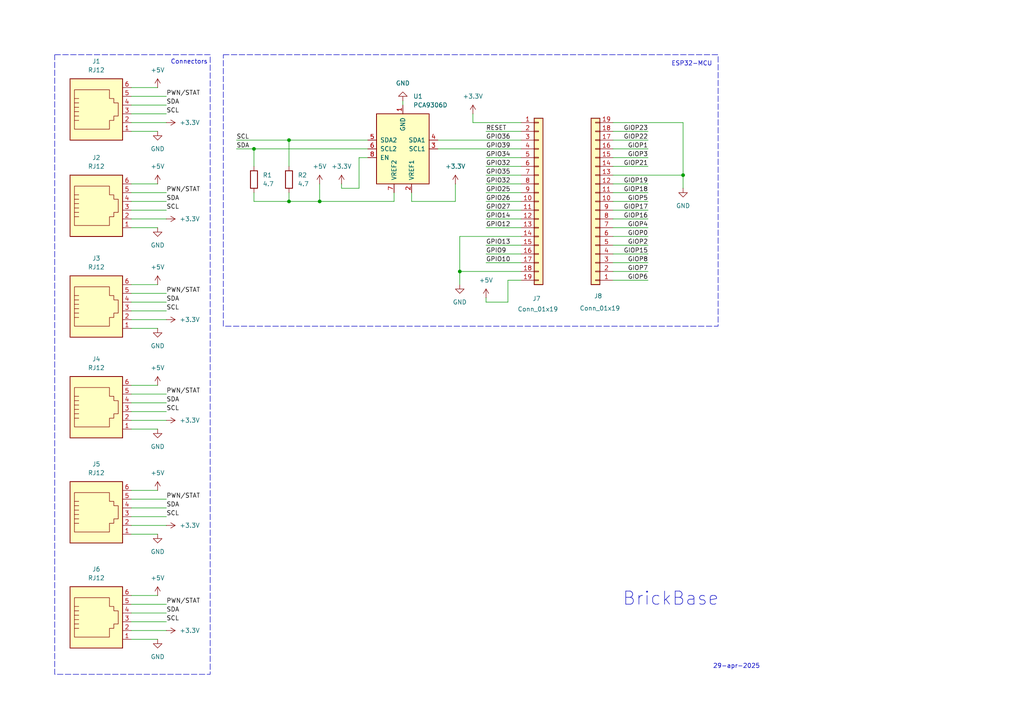
<source format=kicad_sch>
(kicad_sch (version 20231120) (generator "eeschema") (generator_version "8.0")
  (paper "A4")
  (lib_symbols
    (symbol "Connector:RJ12" (pin_names (offset 1.016))
      (property "Reference" "J" (at -5.08 11.43 0))
      (property "Value" "RJ12" (at 2.54 11.43 0))
      (symbol "RJ12_0_1"
        (polyline (pts (xy -6.35 -1.905) (xy -5.08 -1.905) (xy -5.08 -1.905)))
        (polyline (pts (xy -6.35 -0.635) (xy -5.08 -0.635) (xy -5.08 -0.635)))
        (polyline (pts (xy -6.35 0.635) (xy -5.08 0.635) (xy -5.08 0.635)))
        (polyline (pts (xy -6.35 1.905) (xy -5.08 1.905) (xy -5.08 1.905)))
        (polyline (pts (xy -6.35 3.175) (xy -5.08 3.175) (xy -5.08 3.175)))
        (polyline (pts (xy -5.08 4.445) (xy -6.35 4.445) (xy -6.35 4.445)))
        (polyline (pts (xy -6.35 -4.445) (xy -6.35 6.985) (xy 3.81 6.985) (xy 3.81 4.445) (xy 5.08 4.445) (xy 5.08 3.175) (xy 6.35 3.175) (xy 6.35 -0.635) (xy 5.08 -0.635) (xy 5.08 -1.905) (xy 3.81 -1.905) (xy 3.81 -4.445) (xy -6.35 -4.445) (xy -6.35 -4.445)))
        (rectangle (start 7.62 10.16) (end -7.62 -7.62) (stroke (width 0.254)) (fill (type background)))
      )
      (symbol "RJ12_1_1"
        (pin passive line (at 10.16 -5.08 180) (length 2.54) (name "~") (number "1"))
        (pin passive line (at 10.16 -2.54 180) (length 2.54) (name "~") (number "2"))
        (pin passive line (at 10.16 0 180) (length 2.54) (name "~") (number "3"))
        (pin passive line (at 10.16 2.54 180) (length 2.54) (name "~") (number "4"))
        (pin passive line (at 10.16 5.08 180) (length 2.54) (name "~") (number "5"))
        (pin passive line (at 10.16 7.62 180) (length 2.54) (name "~") (number "6"))
      )
    )
    (symbol "Connector_Generic:Conn_01x19" (pin_names (offset 1.016) hide)
      (property "Reference" "J" (at 0 25.4 0))
      (property "Value" "Conn_01x19" (at 0 -25.4 0))
      (symbol "Conn_01x19_1_1"
        (rectangle (start -1.27 -22.733) (end 0 -22.987) (stroke (width 0.1524)))
        (rectangle (start -1.27 -20.193) (end 0 -20.447) (stroke (width 0.1524)))
        (rectangle (start -1.27 -17.653) (end 0 -17.907) (stroke (width 0.1524)))
        (rectangle (start -1.27 -15.113) (end 0 -15.367) (stroke (width 0.1524)))
        (rectangle (start -1.27 -12.573) (end 0 -12.827) (stroke (width 0.1524)))
        (rectangle (start -1.27 -10.033) (end 0 -10.287) (stroke (width 0.1524)))
        (rectangle (start -1.27 -7.493) (end 0 -7.747) (stroke (width 0.1524)))
        (rectangle (start -1.27 -4.953) (end 0 -5.207) (stroke (width 0.1524)))
        (rectangle (start -1.27 -2.413) (end 0 -2.667) (stroke (width 0.1524)))
        (rectangle (start -1.27 0.127) (end 0 -0.127) (stroke (width 0.1524)))
        (rectangle (start -1.27 2.667) (end 0 2.413) (stroke (width 0.1524)))
        (rectangle (start -1.27 5.207) (end 0 4.953) (stroke (width 0.1524)))
        (rectangle (start -1.27 7.747) (end 0 7.493) (stroke (width 0.1524)))
        (rectangle (start -1.27 10.287) (end 0 10.033) (stroke (width 0.1524)))
        (rectangle (start -1.27 12.827) (end 0 12.573) (stroke (width 0.1524)))
        (rectangle (start -1.27 15.367) (end 0 15.113) (stroke (width 0.1524)))
        (rectangle (start -1.27 17.907) (end 0 17.653) (stroke (width 0.1524)))
        (rectangle (start -1.27 20.447) (end 0 20.193) (stroke (width 0.1524)))
        (rectangle (start -1.27 22.987) (end 0 22.733) (stroke (width 0.1524)))
        (rectangle (start -1.27 24.13) (end 1.27 -24.13) (stroke (width 0.254)) (fill (type background)))
        (pin passive line (at -5.08 22.86 0) (length 3.81) (name "Pin_1") (number "1"))
        (pin passive line (at -5.08 0 0) (length 3.81) (name "Pin_10") (number "10"))
        (pin passive line (at -5.08 -2.54 0) (length 3.81) (name "Pin_11") (number "11"))
        (pin passive line (at -5.08 -5.08 0) (length 3.81) (name "Pin_12") (number "12"))
        (pin passive line (at -5.08 -7.62 0) (length 3.81) (name "Pin_13") (number "13"))
        (pin passive line (at -5.08 -10.16 0) (length 3.81) (name "Pin_14") (number "14"))
        (pin passive line (at -5.08 -12.7 0) (length 3.81) (name "Pin_15") (number "15"))
        (pin passive line (at -5.08 -15.24 0) (length 3.81) (name "Pin_16") (number "16"))
        (pin passive line (at -5.08 -17.78 0) (length 3.81) (name "Pin_17") (number "17"))
        (pin passive line (at -5.08 -20.32 0) (length 3.81) (name "Pin_18") (number "18"))
        (pin passive line (at -5.08 -22.86 0) (length 3.81) (name "Pin_19") (number "19"))
        (pin passive line (at -5.08 20.32 0) (length 3.81) (name "Pin_2") (number "2"))
        (pin passive line (at -5.08 17.78 0) (length 3.81) (name "Pin_3") (number "3"))
        (pin passive line (at -5.08 15.24 0) (length 3.81) (name "Pin_4") (number "4"))
        (pin passive line (at -5.08 12.7 0) (length 3.81) (name "Pin_5") (number "5"))
        (pin passive line (at -5.08 10.16 0) (length 3.81) (name "Pin_6") (number "6"))
        (pin passive line (at -5.08 7.62 0) (length 3.81) (name "Pin_7") (number "7"))
        (pin passive line (at -5.08 5.08 0) (length 3.81) (name "Pin_8") (number "8"))
        (pin passive line (at -5.08 2.54 0) (length 3.81) (name "Pin_9") (number "9"))
      )
    )
    (symbol "Device:R" (pin_numbers hide) (pin_names (offset 0))
      (property "Reference" "R" (at 2.032 0 90))
      (property "Value" "R" (at 0 0 90))
      (symbol "R_0_1"
        (rectangle (start -1.016 -2.54) (end 1.016 2.54) (stroke (width 0.254)))
      )
      (symbol "R_1_1"
        (pin passive line (at 0 3.81 270) (length 1.27) (name "~") (number "1"))
        (pin passive line (at 0 -3.81 90) (length 1.27) (name "~") (number "2"))
      )
    )
    (symbol "Interface:PCA9306D" (pin_names (offset 1.016))
      (property "Reference" "U" (at -7.62 11.43 0))
      (property "Value" "PCA9306D" (at 3.81 11.43 0))
      (symbol "PCA9306D_0_1"
        (rectangle (start -7.62 10.16) (end 7.62 -10.16) (stroke (width 0.254)) (fill (type background)))
      )
      (symbol "PCA9306D_1_1"
        (pin power_in line (at 0 -12.7 90) (length 2.54) (name "GND") (number "1"))
        (pin power_in line (at -2.54 12.7 270) (length 2.54) (name "VREF1") (number "2"))
        (pin bidirectional line (at -10.16 0 0) (length 2.54) (name "SCL1") (number "3"))
        (pin bidirectional line (at -10.16 -2.54 0) (length 2.54) (name "SDA1") (number "4"))
        (pin bidirectional line (at 10.16 -2.54 180) (length 2.54) (name "SDA2") (number "5"))
        (pin bidirectional line (at 10.16 0 180) (length 2.54) (name "SCL2") (number "6"))
        (pin power_in line (at 2.54 12.7 270) (length 2.54) (name "VREF2") (number "7"))
        (pin input line (at 10.16 2.54 180) (length 2.54) (name "EN") (number "8"))
      )
    )
    (symbol "power:+3.3V" (power) (pin_numbers hide) (pin_names (offset 0) hide)
      (property "Value" "+3.3V" (at 0 3.556 0))
      (symbol "+3.3V_0_1"
        (polyline (pts (xy -0.762 1.27) (xy 0 2.54)))
        (polyline (pts (xy 0 0) (xy 0 2.54)))
        (polyline (pts (xy 0 2.54) (xy 0.762 1.27)))
      )
      (symbol "+3.3V_1_1"
        (pin power_in line (at 0 0 90) (length 0) (name "~") (number "1"))
      )
    )
    (symbol "power:+5V" (power) (pin_numbers hide) (pin_names (offset 0) hide)
      (property "Value" "+5V" (at 0 3.556 0))
      (symbol "+5V_0_1"
        (polyline (pts (xy -0.762 1.27) (xy 0 2.54)))
        (polyline (pts (xy 0 0) (xy 0 2.54)))
        (polyline (pts (xy 0 2.54) (xy 0.762 1.27)))
      )
      (symbol "+5V_1_1"
        (pin power_in line (at 0 0 90) (length 0) (name "~") (number "1"))
      )
    )
    (symbol "power:GND" (power) (pin_numbers hide) (pin_names (offset 0) hide)
      (property "Value" "GND" (at 0 -3.81 0))
      (symbol "GND_0_1"
        (polyline (pts (xy 0 0) (xy 0 -1.27) (xy 1.27 -1.27) (xy 0 -2.54) (xy -1.27 -1.27) (xy 0 -1.27)))
      )
      (symbol "GND_1_1"
        (pin power_in line (at 0 0 270) (length 0) (name "~") (number "1"))
      )
    )
  )
  (junction (at 83.82 40.64))
  (junction (at 198.12 50.8))
  (junction (at 73.66 43.18))
  (junction (at 133.35 78.74))
  (junction (at 83.82 58.42))
  (junction (at 92.71 58.42))
  (wire (pts (xy 151.13 81.28) (xy 147.32 81.28)))
  (wire (pts (xy 140.97 45.72) (xy 151.13 45.72)))
  (wire (pts (xy 38.1 152.4) (xy 48.26 152.4)))
  (wire (pts (xy 38.1 116.84) (xy 48.26 116.84)))
  (wire (pts (xy 38.1 58.42) (xy 48.26 58.42)))
  (wire (pts (xy 38.1 66.04) (xy 45.72 66.04)))
  (wire (pts (xy 38.1 124.46) (xy 45.72 124.46)))
  (wire (pts (xy 38.1 144.78) (xy 48.26 144.78)))
  (wire (pts (xy 83.82 40.64) (xy 83.82 48.26)))
  (wire (pts (xy 147.32 81.28) (xy 147.32 87.63)))
  (wire (pts (xy 114.3 58.42) (xy 92.71 58.42)))
  (wire (pts (xy 116.84 29.21) (xy 116.84 30.48)))
  (wire (pts (xy 198.12 50.8) (xy 198.12 35.56)))
  (wire (pts (xy 38.1 175.26) (xy 48.26 175.26)))
  (wire (pts (xy 38.1 177.8) (xy 48.26 177.8)))
  (wire (pts (xy 140.97 38.1) (xy 151.13 38.1)))
  (wire (pts (xy 73.66 43.18) (xy 106.68 43.18)))
  (wire (pts (xy 38.1 63.5) (xy 48.26 63.5)))
  (wire (pts (xy 38.1 25.4) (xy 45.72 25.4)))
  (wire (pts (xy 140.97 60.96) (xy 151.13 60.96)))
  (wire (pts (xy 127 43.18) (xy 151.13 43.18)))
  (wire (pts (xy 38.1 90.17) (xy 48.26 90.17)))
  (wire (pts (xy 133.35 78.74) (xy 151.13 78.74)))
  (wire (pts (xy 177.8 55.88) (xy 187.96 55.88)))
  (wire (pts (xy 177.8 50.8) (xy 198.12 50.8)))
  (wire (pts (xy 140.97 86.36) (xy 140.97 87.63)))
  (wire (pts (xy 127 40.64) (xy 151.13 40.64)))
  (wire (pts (xy 198.12 35.56) (xy 177.8 35.56)))
  (wire (pts (xy 177.8 68.58) (xy 187.96 68.58)))
  (wire (pts (xy 83.82 58.42) (xy 92.71 58.42)))
  (wire (pts (xy 99.06 54.61) (xy 104.14 54.61)))
  (wire (pts (xy 114.3 55.88) (xy 114.3 58.42)))
  (wire (pts (xy 38.1 60.96) (xy 48.26 60.96)))
  (wire (pts (xy 140.97 48.26) (xy 151.13 48.26)))
  (wire (pts (xy 38.1 95.25) (xy 45.72 95.25)))
  (wire (pts (xy 38.1 111.76) (xy 45.72 111.76)))
  (wire (pts (xy 104.14 54.61) (xy 104.14 45.72)))
  (wire (pts (xy 177.8 58.42) (xy 187.96 58.42)))
  (wire (pts (xy 68.58 40.64) (xy 83.82 40.64)))
  (wire (pts (xy 140.97 76.2) (xy 151.13 76.2)))
  (wire (pts (xy 38.1 142.24) (xy 45.72 142.24)))
  (wire (pts (xy 38.1 27.94) (xy 48.26 27.94)))
  (wire (pts (xy 38.1 55.88) (xy 48.26 55.88)))
  (wire (pts (xy 137.16 35.56) (xy 151.13 35.56)))
  (wire (pts (xy 140.97 73.66) (xy 151.13 73.66)))
  (wire (pts (xy 92.71 53.34) (xy 92.71 58.42)))
  (wire (pts (xy 177.8 73.66) (xy 187.96 73.66)))
  (wire (pts (xy 38.1 30.48) (xy 48.26 30.48)))
  (wire (pts (xy 140.97 71.12) (xy 151.13 71.12)))
  (wire (pts (xy 38.1 53.34) (xy 45.72 53.34)))
  (wire (pts (xy 38.1 85.09) (xy 48.26 85.09)))
  (wire (pts (xy 177.8 38.1) (xy 187.96 38.1)))
  (wire (pts (xy 99.06 53.34) (xy 99.06 54.61)))
  (wire (pts (xy 177.8 71.12) (xy 187.96 71.12)))
  (wire (pts (xy 38.1 82.55) (xy 45.72 82.55)))
  (wire (pts (xy 140.97 55.88) (xy 151.13 55.88)))
  (wire (pts (xy 104.14 45.72) (xy 106.68 45.72)))
  (wire (pts (xy 177.8 45.72) (xy 187.96 45.72)))
  (wire (pts (xy 177.8 60.96) (xy 187.96 60.96)))
  (wire (pts (xy 83.82 55.88) (xy 83.82 58.42)))
  (wire (pts (xy 38.1 87.63) (xy 48.26 87.63)))
  (wire (pts (xy 133.35 78.74) (xy 133.35 82.55)))
  (wire (pts (xy 38.1 180.34) (xy 48.26 180.34)))
  (wire (pts (xy 38.1 114.3) (xy 48.26 114.3)))
  (wire (pts (xy 83.82 40.64) (xy 106.68 40.64)))
  (wire (pts (xy 177.8 76.2) (xy 187.96 76.2)))
  (wire (pts (xy 73.66 43.18) (xy 73.66 48.26)))
  (wire (pts (xy 177.8 63.5) (xy 187.96 63.5)))
  (wire (pts (xy 38.1 147.32) (xy 48.26 147.32)))
  (wire (pts (xy 140.97 63.5) (xy 151.13 63.5)))
  (wire (pts (xy 177.8 40.64) (xy 187.96 40.64)))
  (wire (pts (xy 140.97 58.42) (xy 151.13 58.42)))
  (wire (pts (xy 38.1 149.86) (xy 48.26 149.86)))
  (wire (pts (xy 68.58 43.18) (xy 73.66 43.18)))
  (wire (pts (xy 177.8 43.18) (xy 187.96 43.18)))
  (wire (pts (xy 177.8 48.26) (xy 187.96 48.26)))
  (wire (pts (xy 132.08 53.34) (xy 132.08 58.42)))
  (wire (pts (xy 177.8 78.74) (xy 187.96 78.74)))
  (wire (pts (xy 73.66 58.42) (xy 73.66 55.88)))
  (wire (pts (xy 38.1 119.38) (xy 48.26 119.38)))
  (wire (pts (xy 38.1 121.92) (xy 48.26 121.92)))
  (wire (pts (xy 177.8 81.28) (xy 187.96 81.28)))
  (wire (pts (xy 38.1 185.42) (xy 45.72 185.42)))
  (wire (pts (xy 147.32 87.63) (xy 140.97 87.63)))
  (wire (pts (xy 38.1 172.72) (xy 45.72 172.72)))
  (wire (pts (xy 140.97 66.04) (xy 151.13 66.04)))
  (wire (pts (xy 83.82 58.42) (xy 73.66 58.42)))
  (wire (pts (xy 137.16 33.02) (xy 137.16 35.56)))
  (wire (pts (xy 119.38 55.88) (xy 119.38 58.42)))
  (wire (pts (xy 38.1 92.71) (xy 48.26 92.71)))
  (wire (pts (xy 38.1 38.1) (xy 45.72 38.1)))
  (wire (pts (xy 38.1 182.88) (xy 48.26 182.88)))
  (wire (pts (xy 38.1 154.94) (xy 45.72 154.94)))
  (wire (pts (xy 133.35 68.58) (xy 133.35 78.74)))
  (wire (pts (xy 177.8 66.04) (xy 187.96 66.04)))
  (wire (pts (xy 198.12 54.61) (xy 198.12 50.8)))
  (wire (pts (xy 119.38 58.42) (xy 132.08 58.42)))
  (wire (pts (xy 38.1 35.56) (xy 48.26 35.56)))
  (wire (pts (xy 177.8 53.34) (xy 187.96 53.34)))
  (wire (pts (xy 38.1 33.02) (xy 48.26 33.02)))
  (wire (pts (xy 140.97 50.8) (xy 151.13 50.8)))
  (wire (pts (xy 140.97 53.34) (xy 151.13 53.34)))
  (wire (pts (xy 133.35 68.58) (xy 151.13 68.58)))
  (rectangle (start 64.77 15.875) (end 208.28 94.615) (stroke (width 0) (type dash)))
  (rectangle (start 15.875 15.875) (end 60.96 195.58) (stroke (width 0) (type dash)))
  (text "ESP32-MCU" (at 200.66 18.542 0) (effects (font (size 1.27 1.27))))
  (text "BrickBase" (at 194.564 173.736 0) (effects (font (size 3.81 3.81))))
  (text "29-apr-2025" (at 213.614 193.294 0) (effects (font (size 1.27 1.27))))
  (text "Connectors\n\n" (at 54.864 19.05 0) (effects (font (size 1.27 1.27))))
  (label "SDA" (at 48.26 116.84 0))
  (label "GPIO35" (at 140.97 50.8 0))
  (label "GPIO10" (at 140.97 76.2 0))
  (label "SDA" (at 68.58 43.18 0))
  (label "GIOP19" (at 187.96 53.34 180))
  (label "GPIO39" (at 140.97 43.18 0))
  (label "GIOP18" (at 187.96 55.88 180))
  (label "SCL" (at 48.26 90.17 0))
  (label "GPIO26" (at 140.97 58.42 0))
  (label "GPIO36" (at 140.97 40.64 0))
  (label "GIOP5" (at 187.96 58.42 180))
  (label "GIOP15" (at 187.96 73.66 180))
  (label "GPIO34" (at 140.97 45.72 0))
  (label "SCL" (at 48.26 33.02 0))
  (label "GIOP2" (at 187.96 71.12 180))
  (label "GIOP8" (at 187.96 76.2 180))
  (label "GIOP3" (at 187.96 45.72 180))
  (label "PWN{slash}STAT" (at 48.26 114.3 0))
  (label "SDA" (at 48.26 87.63 0))
  (label "GPIO12" (at 140.97 66.04 0))
  (label "SDA" (at 48.26 30.48 0))
  (label "GPIO32" (at 140.97 53.34 0))
  (label "GIOP16" (at 187.96 63.5 180))
  (label "GPIO32" (at 140.97 48.26 0))
  (label "GIOP6" (at 187.96 81.28 180))
  (label "GPIO25" (at 140.97 55.88 0))
  (label "GPIO14" (at 140.97 63.5 0))
  (label "SCL" (at 48.26 60.96 0))
  (label "SCL" (at 48.26 180.34 0))
  (label "GPIO9" (at 140.97 73.66 0))
  (label "SCL" (at 48.26 119.38 0))
  (label "GIOP22" (at 187.96 40.64 180))
  (label "RESET" (at 140.97 38.1 0))
  (label "PWN{slash}STAT" (at 48.26 144.78 0))
  (label "SCL" (at 68.58 40.64 0))
  (label "SCL" (at 48.26 149.86 0))
  (label "GIOP17" (at 187.96 60.96 180))
  (label "GIOP7" (at 187.96 78.74 180))
  (label "PWN{slash}STAT" (at 48.26 175.26 0))
  (label "PWN{slash}STAT" (at 48.26 55.88 0))
  (label "GIOP1" (at 187.96 43.18 180))
  (label "GPIO13" (at 140.97 71.12 0))
  (label "PWN{slash}STAT" (at 48.26 27.94 0))
  (label "PWN{slash}STAT" (at 48.26 85.09 0))
  (label "GIOP21" (at 187.96 48.26 180))
  (label "SDA" (at 48.26 147.32 0))
  (label "SDA" (at 48.26 58.42 0))
  (label "GIOP4" (at 187.96 66.04 180))
  (label "GPIO27" (at 140.97 60.96 0))
  (label "SDA" (at 48.26 177.8 0))
  (label "GIOP0" (at 187.96 68.58 180))
  (label "GIOP23" (at 187.96 38.1 180))
  (symbol (lib_id "power:GND") (at 45.72 185.42 0) (unit 1)
    (property "Reference" "#PWR012" (effects (hide yes)))
    (property "Value" "GND" (at 45.72 190.5 0))
    (property "Description" "Power symbol creates a global label with name \"GND\" , ground" (effects (hide yes)))
  )
  (symbol (lib_id "power:+3.3V") (at 48.26 63.5 270) (unit 1)
    (property "Reference" "#PWR014" (effects (hide yes)))
    (property "Value" "+3.3V" (at 52.07 63.4999 90) (effects (justify left)))
    (property "Description" "Power symbol creates a global label with name \"+3.3V\"" (effects (hide yes)))
  )
  (symbol (lib_id "power:+3.3V") (at 48.26 182.88 270) (unit 1)
    (property "Reference" "#PWR018" (effects (hide yes)))
    (property "Value" "+3.3V" (at 52.07 182.8799 90) (effects (justify left)))
    (property "Description" "Power symbol creates a global label with name \"+3.3V\"" (effects (hide yes)))
  )
  (symbol (lib_id "power:GND") (at 45.72 38.1 0) (unit 1)
    (property "Reference" "#PWR02" (effects (hide yes)))
    (property "Value" "GND" (at 45.72 43.18 0))
    (property "Description" "Power symbol creates a global label with name \"GND\" , ground" (effects (hide yes)))
  )
  (symbol (lib_id "power:GND") (at 45.72 95.25 0) (unit 1)
    (property "Reference" "#PWR06" (effects (hide yes)))
    (property "Value" "GND" (at 45.72 100.33 0))
    (property "Description" "Power symbol creates a global label with name \"GND\" , ground" (effects (hide yes)))
  )
  (symbol (lib_id "power:+5V") (at 45.72 111.76 0) (unit 1)
    (property "Reference" "#PWR07" (effects (hide yes)))
    (property "Value" "+5V" (at 45.72 106.68 0))
    (property "Description" "Power symbol creates a global label with name \"+5V\"" (effects (hide yes)))
  )
  (symbol (lib_id "Device:R") (at 83.82 52.07 180) (unit 1)
    (property "Reference" "R2" (at 86.36 50.7999 0) (effects (justify right)))
    (property "Value" "4.7" (at 86.36 53.3399 0) (effects (justify right)))
    (property "Footprint" "Resistor_SMD:R_1206_3216Metric_Pad1.30x1.75mm_HandSolder" (effects (hide yes)))
    (property "Description" "Resistor" (effects (hide yes)))
  )
  (symbol (lib_id "Interface:PCA9306D") (at 116.84 43.18 180) (unit 1)
    (property "Reference" "U1" (at 119.8565 27.94 0) (effects (justify right)))
    (property "Value" "PCA9306D" (at 119.8565 30.48 0) (effects (justify right)))
    (property "Footprint" "Package_SO:SOIC-8_3.9x4.9mm_P1.27mm" (effects (hide yes)))
    (property "Datasheet" "https://www.nxp.com/docs/en/data-sheet/PCA9306.pdf" (effects (hide yes)))
    (property "Description" "Dual bidirectional I2C Bus and SMBus voltage level translator, SO-8" (effects (hide yes)))
  )
  (symbol (lib_id "power:+5V") (at 45.72 53.34 0) (unit 1)
    (property "Reference" "#PWR03" (effects (hide yes)))
    (property "Value" "+5V" (at 45.72 48.26 0))
    (property "Description" "Power symbol creates a global label with name \"+5V\"" (effects (hide yes)))
  )
  (symbol (lib_id "power:+3.3V") (at 48.26 35.56 270) (unit 1)
    (property "Reference" "#PWR013" (effects (hide yes)))
    (property "Value" "+3.3V" (at 52.07 35.5599 90) (effects (justify left)))
    (property "Description" "Power symbol creates a global label with name \"+3.3V\"" (effects (hide yes)))
  )
  (symbol (lib_id "Connector:RJ12") (at 27.94 149.86 0) (unit 1)
    (property "Reference" "J5" (at 27.94 134.62 0))
    (property "Value" "RJ12" (at 27.94 137.16 0))
    (property "Footprint" "Connector_RJ:RJ12_Amphenol_54601-x06_Horizontal" (effects (hide yes)))
    (property "Description" "RJ connector, 6P6C (6 positions 6 connected)" (effects (hide yes)))
  )
  (symbol (lib_id "power:+5V") (at 45.72 142.24 0) (unit 1)
    (property "Reference" "#PWR09" (effects (hide yes)))
    (property "Value" "+5V" (at 45.72 137.16 0))
    (property "Description" "Power symbol creates a global label with name \"+5V\"" (effects (hide yes)))
  )
  (symbol (lib_id "Connector_Generic:Conn_01x19") (at 156.21 58.42 0) (unit 1)
    (property "Reference" "J7" (at 154.432 86.614 0) (effects (justify left)))
    (property "Value" "Conn_01x19" (at 150.114 89.662 0) (effects (justify left)))
    (property "Footprint" "Connector_PinHeader_2.54mm:PinHeader_1x19_P2.54mm_Vertical" (effects (hide yes)))
    (property "Description" "Generic connector, single row, 01x19, script generated (kicad-library-utils/schlib/autogen/connector/)" (effects (hide yes)))
  )
  (symbol (lib_id "Connector:RJ12") (at 27.94 90.17 0) (unit 1)
    (property "Reference" "J3" (at 27.94 74.93 0))
    (property "Value" "RJ12" (at 27.94 77.47 0))
    (property "Footprint" "Connector_RJ:RJ12_Amphenol_54601-x06_Horizontal" (effects (hide yes)))
    (property "Description" "RJ connector, 6P6C (6 positions 6 connected)" (effects (hide yes)))
  )
  (symbol (lib_id "Connector:RJ12") (at 27.94 180.34 0) (unit 1)
    (property "Reference" "J6" (at 27.94 165.1 0))
    (property "Value" "RJ12" (at 27.94 167.64 0))
    (property "Footprint" "Connector_RJ:RJ12_Amphenol_54601-x06_Horizontal" (effects (hide yes)))
    (property "Description" "RJ connector, 6P6C (6 positions 6 connected)" (effects (hide yes)))
  )
  (symbol (lib_id "power:GND") (at 45.72 124.46 0) (unit 1)
    (property "Reference" "#PWR08" (effects (hide yes)))
    (property "Value" "GND" (at 45.72 129.54 0))
    (property "Description" "Power symbol creates a global label with name \"GND\" , ground" (effects (hide yes)))
  )
  (symbol (lib_id "power:GND") (at 116.84 29.21 180) (unit 1)
    (property "Reference" "#PWR026" (effects (hide yes)))
    (property "Value" "GND" (at 116.84 24.13 0))
    (property "Description" "Power symbol creates a global label with name \"GND\" , ground" (effects (hide yes)))
  )
  (symbol (lib_id "power:+3.3V") (at 99.06 53.34 0) (unit 1)
    (property "Reference" "#PWR025" (effects (hide yes)))
    (property "Value" "+3.3V" (at 99.06 48.26 0))
    (property "Description" "Power symbol creates a global label with name \"+3.3V\"" (effects (hide yes)))
  )
  (symbol (lib_id "Connector:RJ12") (at 27.94 119.38 0) (unit 1)
    (property "Reference" "J4" (at 27.94 104.14 0))
    (property "Value" "RJ12" (at 27.94 106.68 0))
    (property "Footprint" "Connector_RJ:RJ12_Amphenol_54601-x06_Horizontal" (effects (hide yes)))
    (property "Description" "RJ connector, 6P6C (6 positions 6 connected)" (effects (hide yes)))
  )
  (symbol (lib_id "power:GND") (at 45.72 154.94 0) (unit 1)
    (property "Reference" "#PWR010" (effects (hide yes)))
    (property "Value" "GND" (at 45.72 160.02 0))
    (property "Description" "Power symbol creates a global label with name \"GND\" , ground" (effects (hide yes)))
  )
  (symbol (lib_id "Connector_Generic:Conn_01x19") (at 172.72 58.42 180) (unit 1)
    (property "Reference" "J8" (at 173.482 85.852 0))
    (property "Value" "Conn_01x19" (at 173.99 89.408 0))
    (property "Footprint" "Connector_PinHeader_2.54mm:PinHeader_1x19_P2.54mm_Vertical" (effects (hide yes)))
    (property "Description" "Generic connector, single row, 01x19, script generated (kicad-library-utils/schlib/autogen/connector/)" (effects (hide yes)))
  )
  (symbol (lib_id "Connector:RJ12") (at 27.94 60.96 0) (unit 1)
    (property "Reference" "J2" (at 27.94 45.72 0))
    (property "Value" "RJ12" (at 27.94 48.26 0))
    (property "Footprint" "Connector_RJ:RJ12_Amphenol_54601-x06_Horizontal" (effects (hide yes)))
    (property "Description" "RJ connector, 6P6C (6 positions 6 connected)" (effects (hide yes)))
  )
  (symbol (lib_id "Device:R") (at 73.66 52.07 180) (unit 1)
    (property "Reference" "R1" (at 76.2 50.7999 0) (effects (justify right)))
    (property "Value" "4.7" (at 76.2 53.3399 0) (effects (justify right)))
    (property "Footprint" "Resistor_SMD:R_1206_3216Metric_Pad1.30x1.75mm_HandSolder" (effects (hide yes)))
    (property "Description" "Resistor" (effects (hide yes)))
  )
  (symbol (lib_id "power:GND") (at 198.12 54.61 0) (unit 1)
    (property "Reference" "#PWR023" (effects (hide yes)))
    (property "Value" "GND" (at 198.12 59.69 0))
    (property "Description" "Power symbol creates a global label with name \"GND\" , ground" (effects (hide yes)))
  )
  (symbol (lib_id "power:+3.3V") (at 48.26 152.4 270) (unit 1)
    (property "Reference" "#PWR017" (effects (hide yes)))
    (property "Value" "+3.3V" (at 52.07 152.3999 90) (effects (justify left)))
    (property "Description" "Power symbol creates a global label with name \"+3.3V\"" (effects (hide yes)))
  )
  (symbol (lib_id "power:+3.3V") (at 137.16 33.02 0) (unit 1)
    (property "Reference" "#PWR021" (effects (hide yes)))
    (property "Value" "+3.3V" (at 137.16 27.94 0))
    (property "Description" "Power symbol creates a global label with name \"+3.3V\"" (effects (hide yes)))
  )
  (symbol (lib_id "power:+5V") (at 92.71 53.34 0) (unit 1)
    (property "Reference" "#PWR024" (effects (hide yes)))
    (property "Value" "+5V" (at 92.71 48.26 0))
    (property "Description" "Power symbol creates a global label with name \"+5V\"" (effects (hide yes)))
  )
  (symbol (lib_id "power:+5V") (at 45.72 172.72 0) (unit 1)
    (property "Reference" "#PWR011" (effects (hide yes)))
    (property "Value" "+5V" (at 45.72 167.64 0))
    (property "Description" "Power symbol creates a global label with name \"+5V\"" (effects (hide yes)))
  )
  (symbol (lib_id "power:+5V") (at 140.97 86.36 0) (unit 1)
    (property "Reference" "#PWR022" (effects (hide yes)))
    (property "Value" "+5V" (at 140.97 81.28 0))
    (property "Description" "Power symbol creates a global label with name \"+5V\"" (effects (hide yes)))
  )
  (symbol (lib_id "power:+3.3V") (at 48.26 92.71 270) (unit 1)
    (property "Reference" "#PWR015" (effects (hide yes)))
    (property "Value" "+3.3V" (at 52.07 92.7099 90) (effects (justify left)))
    (property "Description" "Power symbol creates a global label with name \"+3.3V\"" (effects (hide yes)))
  )
  (symbol (lib_id "power:GND") (at 45.72 66.04 0) (unit 1)
    (property "Reference" "#PWR04" (effects (hide yes)))
    (property "Value" "GND" (at 45.72 71.12 0))
    (property "Description" "Power symbol creates a global label with name \"GND\" , ground" (effects (hide yes)))
  )
  (symbol (lib_id "power:+3.3V") (at 48.26 121.92 270) (unit 1)
    (property "Reference" "#PWR016" (effects (hide yes)))
    (property "Value" "+3.3V" (at 52.07 121.9199 90) (effects (justify left)))
    (property "Description" "Power symbol creates a global label with name \"+3.3V\"" (effects (hide yes)))
  )
  (symbol (lib_id "Connector:RJ12") (at 27.94 33.02 0) (unit 1)
    (property "Reference" "J1" (at 27.94 17.78 0))
    (property "Value" "RJ12" (at 27.94 20.32 0))
    (property "Footprint" "Connector_RJ:RJ12_Amphenol_54601-x06_Horizontal" (effects (hide yes)))
    (property "Description" "RJ connector, 6P6C (6 positions 6 connected)" (effects (hide yes)))
  )
  (symbol (lib_id "power:+5V") (at 45.72 25.4 0) (unit 1)
    (property "Reference" "#PWR01" (effects (hide yes)))
    (property "Value" "+5V" (at 45.72 20.32 0))
    (property "Description" "Power symbol creates a global label with name \"+5V\"" (effects (hide yes)))
  )
  (symbol (lib_id "power:+5V") (at 45.72 82.55 0) (unit 1)
    (property "Reference" "#PWR05" (effects (hide yes)))
    (property "Value" "+5V" (at 45.72 77.47 0))
    (property "Description" "Power symbol creates a global label with name \"+5V\"" (effects (hide yes)))
  )
  (symbol (lib_id "power:GND") (at 133.35 82.55 0) (unit 1)
    (property "Reference" "#PWR020" (effects (hide yes)))
    (property "Value" "GND" (at 133.35 87.63 0))
    (property "Description" "Power symbol creates a global label with name \"GND\" , ground" (effects (hide yes)))
  )
  (symbol (lib_id "power:+3.3V") (at 132.08 53.34 0) (unit 1)
    (property "Reference" "#PWR019" (effects (hide yes)))
    (property "Value" "+3.3V" (at 132.08 48.26 0))
    (property "Description" "Power symbol creates a global label with name \"+3.3V\"" (effects (hide yes)))
  )
)
</source>
